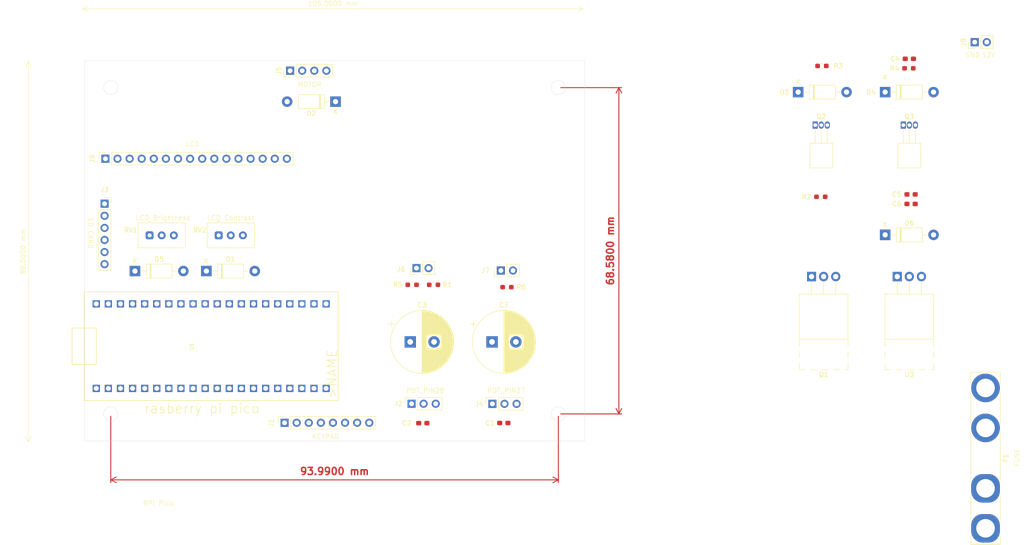
<source format=kicad_pcb>
(kicad_pcb (version 20240108) (generator "pcbnew") (generator_version "8.0")
  (layers (0 "F.Cu" signal) (31 "B.Cu" signal) (34 "B.Paste" user) (35 "F.Paste" user) (36 "B.SilkS" user "B.Silkscreen") (37 "F.SilkS" user "F.Silkscreen") (38 "B.Mask" user) (39 "F.Mask" user) (44 "Edge.Cuts" user))
  (net 0 "")
  (net 1 "/GP27")
  (net 2 "GND")
  (net 3 "/GP28")
  (net 4 "/MOTOR_12V")
  (net 5 "/PWM_OUT")
  (net 6 "Net-(Q3-B)")
  (net 7 "Net-(D5-A)")
  (net 8 "/L7805_V_IN")
  (net 9 "Net-(D6-A)")
  (net 10 "/LCD.VDD")
  (net 11 "/VSYS")
  (net 12 "/MOTOR_TACH")
  (net 13 "/TACHOMETER_IN")
  (net 14 "/MOTOR_EN")
  (net 15 "+3.3V")
  (net 16 "Net-(J8-Pin_2)")
  (net 17 "/KEYPAD_0")
  (net 18 "/KEYPAD_6")
  (net 19 "/KEYPAD_5")
  (net 20 "/KEYPAD_4")
  (net 21 "/KEYPAD_3")
  (net 22 "/KEYPAD_2")
  (net 23 "/KEYPAD_7")
  (net 24 "/KEYPAD_1")
  (net 25 "/SD.CLK")
  (net 26 "/SD.MISO")
  (net 27 "/SD.CS")
  (net 28 "/SD.MOSI")
  (net 29 "/MOTOR_PMW")
  (net 30 "Net-(J6-Pin_1)")
  (net 31 "Net-(J7-Pin_1)")
  (net 32 "Net-(Q1-G)")
  (net 33 "Net-(Q2-B)")
  (net 34 "/GP26")
  (net 35 "/LCD.A")
  (net 36 "/LCD.VO")
  (net 37 "/LCD.D5")
  (net 38 "/LCD.D4")
  (net 39 "/LCD.RS")
  (net 44 "/LCD.D7")
  (net 45 "/LCD.D6")
  (net 46 "/LCD.E")
  (footprint "Potentiometer_THT:Potentiometer_Vishay_T93YA_Vertical" (layer "F.Cu") (at 90.96 66.6125)
    (property "Reference" "RV2" (at -3.96 -1.1125 0) (layer "F.SilkS"))
    (property "Value" "10k")
    (pad "1" thru_hole roundrect (at 0 0) (size 1.65 1.65) (drill 0.85) (layers "*.Cu" "*.Mask") (net 10 "/LCD.VDD"))
    (pad "2" thru_hole circle (at 2.54 0) (size 1.65 1.65) (drill 0.85) (layers "*.Cu" "*.Mask") (net 36 "/LCD.VO"))
    (pad "3" thru_hole circle (at 5.08 0) (size 1.65 1.65) (drill 0.85) (layers "*.Cu" "*.Mask") (net 2 "GND"))
  )
  (footprint "Connector_PinHeader_2.54mm:PinHeader_1x02_P2.54mm_Vertical" (layer "F.Cu") (at 132.5 73.5 90)
    (property "Reference" "J6" (at -0.23 -3.23 180) (layer "F.SilkS"))
    (property "Value" "LED1")
    (pad "1" thru_hole rect (at 0 0 90) (size 1.7 1.7) (drill 1) (layers "*.Cu" "*.Mask") (net 30 "Net-(J6-Pin_1)"))
    (pad "2" thru_hole oval (at 0 2.54 90) (size 1.7 1.7) (drill 1) (layers "*.Cu" "*.Mask") (net 2 "GND"))
  )
  (footprint "Resistor_SMD:R_0603_1608Metric_Pad0.98x0.95mm_HandSolder" (layer "F.Cu") (at 131.5875 77)
    (property "Reference" "R5" (at -3 0 0) (layer "F.SilkS"))
    (property "Value" "10k")
    (pad "1" smd roundrect (at -0.9125 0) (size 0.975 0.95) (layers "F.Cu" "F.Paste" "F.Mask") (net 34 "/GP26"))
    (pad "2" smd roundrect (at 0.9125 0) (size 0.975 0.95) (layers "F.Cu" "F.Paste" "F.Mask") (net 30 "Net-(J6-Pin_1)"))
  )
  (footprint "Capacitor_SMD:C_0603_1608Metric_Pad1.08x0.95mm_HandSolder" (layer "F.Cu") (at 236 29.5)
    (property "Reference" "C4" (at -3 0 0) (layer "F.SilkS"))
    (property "Value" "0.1uF")
    (pad "1" smd roundrect (at -0.8625 0) (size 1.075 0.95) (layers "F.Cu" "F.Paste" "F.Mask") (net 6 "Net-(Q3-B)"))
    (pad "2" smd roundrect (at 0.8625 0) (size 1.075 0.95) (layers "F.Cu" "F.Paste" "F.Mask") (net 5 "/PWM_OUT"))
  )
  (footprint "Diode_THT:D_DO-41_SOD81_P10.16mm_Horizontal" (layer "F.Cu") (at 88.38 74.1125)
    (property "Reference" "D1" (at 5.08 -2.47 0) (layer "F.SilkS"))
    (property "Value" "1N4005")
    (fp_text user "K" (at 0 -2.1 0) (layer "F.SilkS"))
    (pad "1" thru_hole rect (at 0 0) (size 2.2 2.2) (drill 1.1) (layers "*.Cu" "*.Mask") (net 11 "/VSYS"))
    (pad "2" thru_hole oval (at 10.16 0) (size 2.2 2.2) (drill 1.1) (layers "*.Cu" "*.Mask") (net 10 "/LCD.VDD"))
  )
  (footprint "Connector_PinSocket_2.54mm:PinSocket_1x03_P2.54mm_Vertical" (layer "F.Cu") (at 148.445 102.025 90)
    (property "Reference" "J4" (at 0 -2.77 180) (layer "F.SilkS"))
    (property "Value" "POT_PIN27")
    (pad "1" thru_hole rect (at 0 0 90) (size 1.7 1.7) (drill 1) (layers "*.Cu" "*.Mask") (net 15 "+3.3V"))
    (pad "2" thru_hole oval (at 0 2.54 90) (size 1.7 1.7) (drill 1) (layers "*.Cu" "*.Mask") (net 1 "/GP27"))
    (pad "3" thru_hole oval (at 0 5.08 90) (size 1.7 1.7) (drill 1) (layers "*.Cu" "*.Mask") (net 2 "GND"))
  )
  (footprint "Resistor_SMD:R_0603_1608Metric_Pad0.98x0.95mm_HandSolder" (layer "F.Cu") (at 151.5 77.5 180)
    (property "Reference" "R6" (at -3 0 0) (layer "F.SilkS"))
    (property "Value" "68k")
    (pad "1" smd roundrect (at -0.9125 0 180) (size 0.975 0.95) (layers "F.Cu" "F.Paste" "F.Mask") (net 9 "Net-(D6-A)"))
    (pad "2" smd roundrect (at 0.9125 0 180) (size 0.975 0.95) (layers "F.Cu" "F.Paste" "F.Mask") (net 31 "Net-(J7-Pin_1)"))
  )
  (footprint "Connector_PinSocket_2.54mm:PinSocket_1x03_P2.54mm_Vertical" (layer "F.Cu") (at 131.46 102 90)
    (property "Reference" "J2" (at 0 -2.77 180) (layer "F.SilkS"))
    (property "Value" "POT_PIN28")
    (pad "1" thru_hole rect (at 0 0 90) (size 1.7 1.7) (drill 1) (layers "*.Cu" "*.Mask") (net 15 "+3.3V"))
    (pad "2" thru_hole oval (at 0 2.54 90) (size 1.7 1.7) (drill 1) (layers "*.Cu" "*.Mask") (net 3 "/GP28"))
    (pad "3" thru_hole oval (at 0 5.08 90) (size 1.7 1.7) (drill 1) (layers "*.Cu" "*.Mask") (net 2 "GND"))
  )
  (footprint "Diode_THT:D_DO-41_SOD81_P10.16mm_Horizontal" (layer "F.Cu") (at 230.92 36.5)
    (property "Reference" "D4" (at -3 0 0) (layer "F.SilkS"))
    (property "Value" "1N4005")
    (fp_text user "K" (at 0 -3.1 0) (layer "F.SilkS"))
    (pad "1" thru_hole rect (at 0 0) (size 2.2 2.2) (drill 1.1) (layers "*.Cu" "*.Mask") (net 15 "+3.3V"))
    (pad "2" thru_hole oval (at 10.16 0) (size 2.2 2.2) (drill 1.1) (layers "*.Cu" "*.Mask") (net 5 "/PWM_OUT"))
  )
  (footprint "Capacitor_THT:CP_Radial_D13.0mm_P5.00mm" (layer "F.Cu") (at 148.369585 89)
    (property "Reference" "C7" (at 2.5 -7.75 0) (layer "F.SilkS"))
    (property "Value" "100uF")
    (pad "1" thru_hole rect (at 0 0) (size 2.4 2.4) (drill 1.2) (layers "*.Cu" "*.Mask") (net 9 "Net-(D6-A)"))
    (pad "2" thru_hole circle (at 5 0) (size 2.4 2.4) (drill 1.2) (layers "*.Cu" "*.Mask") (net 2 "GND"))
  )
  (footprint "Package_TO_SOT_THT:TO-220-3_Horizontal_TabUp" (layer "F.Cu") (at 215.46 75.27)
    (property "Reference" "Q1" (at 2.54 20.58 0) (layer "F.SilkS"))
    (property "Value" "IRF9540N")
    (pad "" np_thru_hole oval (at 2.54 16.66) (size 3.5 3.5) (drill 3.5) (layers "*.Cu" "*.Mask"))
    (pad "1" thru_hole rect (at 0 0) (size 1.905 2) (drill 1.1) (layers "*.Cu" "*.Mask") (net 32 "Net-(Q1-G)"))
    (pad "2" thru_hole oval (at 2.54 0) (size 1.905 2) (drill 1.1) (layers "*.Cu" "*.Mask") (net 8 "/L7805_V_IN"))
    (pad "3" thru_hole oval (at 5.08 0) (size 1.905 2) (drill 1.1) (layers "*.Cu" "*.Mask") (net 4 "/MOTOR_12V"))
  )
  (footprint "Diode_THT:D_DO-41_SOD81_P10.16mm_Horizontal" (layer "F.Cu") (at 73.38 74.1125)
    (property "Reference" "D5" (at 5.08 -2.47 0) (layer "F.SilkS"))
    (property "Value" "1N4005")
    (fp_text user "K" (at 0 -2.1 0) (layer "F.SilkS"))
    (pad "1" thru_hole rect (at 0 0) (size 2.2 2.2) (drill 1.1) (layers "*.Cu" "*.Mask") (net 10 "/LCD.VDD"))
    (pad "2" thru_hole oval (at 10.16 0) (size 2.2 2.2) (drill 1.1) (layers "*.Cu" "*.Mask") (net 7 "Net-(D5-A)"))
  )
  (footprint "Resistor_SMD:R_0603_1608Metric_Pad0.98x0.95mm_HandSolder" (layer "F.Cu") (at 136.0875 77 180)
    (property "Reference" "R1" (at -2.9125 0 0) (layer "F.SilkS"))
    (property "Value" "10k")
    (pad "1" smd roundrect (at -0.9125 0 180) (size 0.975 0.95) (layers "F.Cu" "F.Paste" "F.Mask") (net 33 "Net-(Q2-B)"))
    (pad "2" smd roundrect (at 0.9125 0 180) (size 0.975 0.95) (layers "F.Cu" "F.Paste" "F.Mask") (net 2 "GND"))
  )
  (footprint "Package_TO_SOT_THT:TO-92_Inline_Horizontal1" (layer "F.Cu") (at 234.73 43.43)
    (property "Reference" "Q3" (at 1.27 -1.78 0) (layer "F.SilkS"))
    (property "Value" "BC547")
    (pad "1" thru_hole rect (at 0 0) (size 1.05 1.5) (drill 0.75) (layers "*.Cu" "*.Mask") (net 29 "/MOTOR_PMW"))
    (pad "2" thru_hole oval (at 1.27 0) (size 1.05 1.5) (drill 0.75) (layers "*.Cu" "*.Mask") (net 6 "Net-(Q3-B)"))
    (pad "3" thru_hole oval (at 2.54 0) (size 1.05 1.5) (drill 0.75) (layers "*.Cu" "*.Mask") (net 2 "GND"))
  )
  (footprint "Connector_PinSocket_2.54mm:PinSocket_1x08_P2.54mm_Vertical" (layer "F.Cu") (at 104.8 106 90)
    (property "Reference" "J1" (at 0 -2.77 90) (layer "F.SilkS"))
    (property "Value" "KEYPAD")
    (pad "1" thru_hole rect (at 0 0 90) (size 1.7 1.7) (drill 1) (layers "*.Cu" "*.Mask") (net 17 "/KEYPAD_0"))
    (pad "2" thru_hole oval (at 0 2.54 90) (size 1.7 1.7) (drill 1) (layers "*.Cu" "*.Mask") (net 24 "/KEYPAD_1"))
    (pad "3" thru_hole oval (at 0 5.08 90) (size 1.7 1.7) (drill 1) (layers "*.Cu" "*.Mask") (net 22 "/KEYPAD_2"))
    (pad "4" thru_hole oval (at 0 7.62 90) (size 1.7 1.7) (drill 1) (layers "*.Cu" "*.Mask") (net 21 "/KEYPAD_3"))
    (pad "5" thru_hole oval (at 0 10.16 90) (size 1.7 1.7) (drill 1) (layers "*.Cu" "*.Mask") (net 20 "/KEYPAD_4"))
    (pad "6" thru_hole oval (at 0 12.7 90) (size 1.7 1.7) (drill 1) (layers "*.Cu" "*.Mask") (net 19 "/KEYPAD_5"))
    (pad "7" thru_hole oval (at 0 15.24 90) (size 1.7 1.7) (drill 1) (layers "*.Cu" "*.Mask") (net 18 "/KEYPAD_6"))
    (pad "8" thru_hole oval (at 0 17.78 90) (size 1.7 1.7) (drill 1) (layers "*.Cu" "*.Mask") (net 23 "/KEYPAD_7"))
  )
  (footprint "Diode_THT:D_DO-41_SOD81_P10.16mm_Horizontal" (layer "F.Cu") (at 212.65 36.5)
    (property "Reference" "D3" (at -2.92 0 0) (layer "F.SilkS"))
    (property "Value" "1N4005")
    (fp_text user "K" (at 0 -2.1 0) (layer "F.SilkS"))
    (pad "1" thru_hole rect (at 0 0) (size 2.2 2.2) (drill 1.1) (layers "*.Cu" "*.Mask") (net 15 "+3.3V"))
    (pad "2" thru_hole oval (at 10.16 0) (size 2.2 2.2) (drill 1.1) (layers "*.Cu" "*.Mask") (net 14 "/MOTOR_EN"))
  )
  (footprint "Resistor_SMD:R_0603_1608Metric_Pad0.98x0.95mm_HandSolder" (layer "F.Cu") (at 217.4125 58.5)
    (property "Reference" "R2" (at -3 0 0) (layer "F.SilkS"))
    (property "Value" "10k")
    (pad "1" smd roundrect (at -0.9125 0) (size 0.975 0.95) (layers "F.Cu" "F.Paste" "F.Mask") (net 32 "Net-(Q1-G)"))
    (pad "2" smd roundrect (at 0.9125 0) (size 0.975 0.95) (layers "F.Cu" "F.Paste" "F.Mask") (net 8 "/L7805_V_IN"))
  )
  (footprint "Resistor_SMD:R_0603_1608Metric_Pad0.98x0.95mm_HandSolder" (layer "F.Cu") (at 235.9125 31.5)
    (property "Reference" "R4" (at -3 0 0) (layer "F.SilkS"))
    (property "Value" "6k")
    (pad "1" smd roundrect (at -0.9125 0) (size 0.975 0.95) (layers "F.Cu" "F.Paste" "F.Mask") (net 6 "Net-(Q3-B)"))
    (pad "2" smd roundrect (at 0.9125 0) (size 0.975 0.95) (layers "F.Cu" "F.Paste" "F.Mask") (net 5 "/PWM_OUT"))
  )
  (footprint "Capacitor_THT:CP_Radial_D13.0mm_P5.00mm" (layer "F.Cu") (at 131.184785 89)
    (property "Reference" "C3" (at 2.5 -7.75 0) (layer "F.SilkS"))
    (property "Value" "50uF")
    (pad "1" thru_hole rect (at 0 0) (size 2.4 2.4) (drill 1.2) (layers "*.Cu" "*.Mask") (net 4 "/MOTOR_12V"))
    (pad "2" thru_hole circle (at 5 0) (size 2.4 2.4) (drill 1.2) (layers "*.Cu" "*.Mask") (net 2 "GND"))
  )
  (footprint "Diode_THT:D_DO-41_SOD81_P10.16mm_Horizontal" (layer "F.Cu") (at 230.92 66.5)
    (property "Reference" "D6" (at 5.08 -2.47 0) (layer "F.SilkS"))
    (property "Value" "1N5819")
    (fp_text user "K" (at 0 -2.1 0) (layer "F.SilkS"))
    (pad "1" thru_hole rect (at 0 0) (size 2.2 2.2) (drill 1.1) (layers "*.Cu" "*.Mask") (net 8 "/L7805_V_IN"))
    (pad "2" thru_hole oval (at 10.16 0) (size 2.2 2.2) (drill 1.1) (layers "*.Cu" "*.Mask") (net 9 "Net-(D6-A)"))
  )
  (footprint "Resistor_SMD:R_0603_1608Metric_Pad0.98x0.95mm_HandSolder" (layer "F.Cu") (at 217.6425 31 180)
    (property "Reference" "R3" (at -3.4125 0 0) (layer "F.SilkS"))
    (property "Value" "1k")
    (pad "1" smd roundrect (at -0.9125 0 180) (size 0.975 0.95) (layers "F.Cu" "F.Paste" "F.Mask") (net 33 "Net-(Q2-B)"))
    (pad "2" smd roundrect (at 0.9125 0 180) (size 0.975 0.95) (layers "F.Cu" "F.Paste" "F.Mask") (net 14 "/MOTOR_EN"))
  )
  (footprint "Capacitor_SMD:C_0603_1608Metric_Pad1.08x0.95mm_HandSolder" (layer "F.Cu") (at 236.3625 58 180)
    (property "Reference" "C5" (at 3 0 0) (layer "F.SilkS"))
    (property "Value" "0.1uF")
    (pad "1" smd roundrect (at -0.8625 0 180) (size 1.075 0.95) (layers "F.Cu" "F.Paste" "F.Mask") (net 7 "Net-(D5-A)"))
    (pad "2" smd roundrect (at 0.8625 0 180) (size 1.075 0.95) (layers "F.Cu" "F.Paste" "F.Mask") (net 2 "GND"))
  )
  (footprint "Diode_THT:D_DO-41_SOD81_P10.16mm_Horizontal" (layer "F.Cu") (at 115.5 38.5 180)
    (property "Reference" "D2" (at 5.08 -2.47 0) (layer "F.SilkS"))
    (property "Value" "1N4005")
    (fp_text user "K" (at 0 -2.1 0) (layer "F.SilkS"))
    (pad "1" thru_hole rect (at 0 0 180) (size 2.2 2.2) (drill 1.1) (layers "*.Cu" "*.Mask") (net 12 "/MOTOR_TACH"))
    (pad "2" thru_hole oval (at 10.16 0 180) (size 2.2 2.2) (drill 1.1) (layers "*.Cu" "*.Mask") (net 13 "/TACHOMETER_IN"))
  )
  (footprint "Connector_PinSocket_2.54mm:PinSocket_1x16_P2.54mm_Vertical" (layer "F.Cu") (at 67.18 50.5 90)
    (property "Reference" "J9" (at 0 -2.77 90) (layer "F.SilkS"))
    (property "Value" "LCD")
    (pad "1" thru_hole rect (at 0 0 90) (size 1.7 1.7) (drill 1) (layers "*.Cu" "*.Mask") (net 2 "GND"))
    (pad "2" thru_hole oval (at 0 2.54 90) (size 1.7 1.7) (drill 1) (layers "*.Cu" "*.Mask") (net 10 "/LCD.VDD"))
    (pad "3" thru_hole oval (at 0 5.08 90) (size 1.7 1.7) (drill 1) (layers "*.Cu" "*.Mask") (net 36 "/LCD.VO"))
    (pad "4" thru_hole oval (at 0 7.62 90) (size 1.7 1.7) (drill 1) (layers "*.Cu" "*.Mask") (net 39 "/LCD.RS"))
    (pad "5" thru_hole oval (at 0 10.16 90) (size 1.7 1.7) (drill 1) (layers "*.Cu" "*.Mask") (net 2 "GND"))
    (pad "6" thru_hole oval (at 0 12.7 90) (size 1.7 1.7) (drill 1) (layers "*.Cu" "*.Mask") (net 46 "/LCD.E"))
    (pad "7" thru_hole oval (at 0 15.24 90) (size 1.7 1.7) (drill 1) (layers "*.Cu" "*.Mask"))
    (pad "8" thru_hole oval (at 0 17.78 90) (size 1.7 1.7) (drill 1) (layers "*.Cu" "*.Mask"))
    (pad "9" thru_hole oval (at 0 20.32 90) (size 1.7 1.7) (drill 1) (layers "*.Cu" "*.Mask"))
    (pad "10" thru_hole oval (at 0 22.86 90) (size 1.7 1.7) (drill 1) (layers "*.Cu" "*.Mask"))
    (pad "11" thru_hole oval (at 0 25.4 90) (size 1.7 1.7) (drill 1) (layers "*.Cu" "*.Mask") (net 38 "/LCD.D4"))
    (pad "12" thru_hole oval (at 0 27.94 90) (size 1.7 1.7) (drill 1) (layers "*.Cu" "*.Mask") (net 37 "/LCD.D5"))
    (pad "13" thru_hole oval (at 0 30.48 90) (size 1.7 1.7) (drill 1) (layers "*.Cu" "*.Mask") (net 45 "/LCD.D6"))
    (pad "14" thru_hole oval (at 0 33.02 90) (size 1.7 1.7) (drill 1) (layers "*.Cu" "*.Mask") (net 44 "/LCD.D7"))
    (pad "15" thru_hole oval (at 0 35.56 90) (size 1.7 1.7) (drill 1) (layers "*.Cu" "*.Mask") (net 35 "/LCD.A"))
    (pad "16" thru_hole oval (at 0 38.1 90) (size 1.7 1.7) (drill 1) (layers "*.Cu" "*.Mask") (net 2 "GND"))
  )
  (footprint "Potentiometer_THT:Potentiometer_Vishay_T93YA_Vertical" (layer "F.Cu") (at 76.46 66.6125)
    (property "Reference" "RV1" (at -3.96 -1.1125 0) (layer "F.SilkS"))
    (property "Value" "10k")
    (pad "1" thru_hole roundrect (at 0 0) (size 1.65 1.65) (drill 0.85) (layers "*.Cu" "*.Mask") (net 2 "GND"))
    (pad "2" thru_hole circle (at 2.54 0) (size 1.65 1.65) (drill 0.85) (layers "*.Cu" "*.Mask") (net 35 "/LCD.A"))
    (pad "3" thru_hole circle (at 5.08 0) (size 1.65 1.65) (drill 0.85) (layers "*.Cu" "*.Mask") (net 10 "/LCD.VDD"))
  )
  (footprint "Package_TO_SOT_THT:TO-220-3_Horizontal_TabUp" (layer "F.Cu") (at 233.46 75.27)
    (property "Reference" "U3" (at 2.54 20.58 0) (layer "F.SilkS"))
    (property "Value" "L7805")
    (pad "" np_thru_hole oval (at 2.54 16.66) (size 3.5 3.5) (drill 3.5) (layers "*.Cu" "*.Mask"))
    (pad "1" thru_hole rect (at 0 0) (size 1.905 2) (drill 1.1) (layers "*.Cu" "*.Mask") (net 8 "/L7805_V_IN"))
    (pad "2" thru_hole oval (at 2.54 0) (size 1.905 2) (drill 1.1) (layers "*.Cu" "*.Mask") (net 2 "GND"))
    (pad "3" thru_hole oval (at 5.08 0) (size 1.905 2) (drill 1.1) (layers "*.Cu" "*.Mask") (net 7 "Net-(D5-A)"))
  )
  (footprint "Connector_PinHeader_2.54mm:PinHeader_1x02_P2.54mm_Vertical" (layer "F.Cu") (at 150.225 74 90)
    (property "Reference" "J7" (at 0 -3.225 180) (layer "F.SilkS"))
    (property "Value" "LED2")
    (pad "1" thru_hole rect (at 0 0 90) (size 1.7 1.7) (drill 1) (layers "*.Cu" "*.Mask") (net 31 "Net-(J7-Pin_1)"))
    (pad "2" thru_hole oval (at 0 2.54 90) (size 1.7 1.7) (drill 1) (layers "*.Cu" "*.Mask") (net 2 "GND"))
  )
  (footprint "Connector_PinHeader_2.54mm:PinHeader_1x02_P2.54mm_Vertical" (layer "F.Cu") (at 249.725 26 90)
    (property "Reference" "J8" (at 0 -2.33 90) (layer "F.SilkS"))
    (property "Value" "12V_DC")
    (pad "1" thru_hole rect (at 0 0 90) (size 1.7 1.7) (drill 1) (layers "*.Cu" "*.Mask") (net 2 "GND"))
    (pad "2" thru_hole oval (at 0 2.54 90) (size 1.7 1.7) (drill 1) (layers "*.Cu" "*.Mask") (net 16 "Net-(J8-Pin_2)"))
  )
  (footprint "Capacitor_SMD:C_0603_1608Metric_Pad1.08x0.95mm_HandSolder" (layer "F.Cu") (at 133.8225 106.08)
    (property "Reference" "C2" (at -3.3625 0 0) (layer "F.SilkS"))
    (property "Value" "0.1uF")
    (pad "1" smd roundrect (at -0.8625 0) (size 1.075 0.95) (layers "F.Cu" "F.Paste" "F.Mask") (net 3 "/GP28"))
    (pad "2" smd roundrect (at 0.8625 0) (size 1.075 0.95) (layers "F.Cu" "F.Paste" "F.Mask") (net 2 "GND"))
  )
  (footprint "Connector_PinHeader_2.54mm:PinHeader_1x04_P2.54mm_Vertical" (layer "F.Cu") (at 105.96 32 90)
    (property "Reference" "J5" (at 0 -2.33 90) (layer "F.SilkS"))
    (property "Value" "MOTOR")
    (pad "1" thru_hole rect (at 0 0 90) (size 1.7 1.7) (drill 1) (layers "*.Cu" "*.Mask") (net 2 "GND"))
    (pad "2" thru_hole oval (at 0 2.54 90) (size 1.7 1.7) (drill 1) (layers "*.Cu" "*.Mask") (net 4 "/MOTOR_12V"))
    (pad "3" thru_hole oval (at 0 5.08 90) (size 1.7 1.7) (drill 1) (layers "*.Cu" "*.Mask") (net 12 "/MOTOR_TACH"))
    (pad "4" thru_hole oval (at 0 7.62 90) (size 1.7 1.7) (drill 1) (layers "*.Cu" "*.Mask") (net 29 "/MOTOR_PMW"))
  )
  (footprint "Package_TO_SOT_THT:TO-92_Inline_Horizontal1" (layer "F.Cu") (at 216.23 43.43)
    (property "Reference" "Q2" (at 1.27 -1.78 0) (layer "F.SilkS"))
    (property "Value" "2N2222A")
    (pad "1" thru_hole rect (at 0 0) (size 1.05 1.5) (drill 0.75) (layers "*.Cu" "*.Mask") (net 32 "Net-(Q1-G)"))
    (pad "2" thru_hole oval (at 1.27 0) (size 1.05 1.5) (drill 0.75) (layers "*.Cu" "*.Mask") (net 33 "Net-(Q2-B)"))
    (pad "3" thru_hole oval (at 2.54 0) (size 1.05 1.5) (drill 0.75) (layers "*.Cu" "*.Mask") (net 2 "GND"))
  )
  (footprint "Connector_PinSocket_2.54mm:PinSocket_1x06_P2.54mm_Vertical" (layer "F.Cu") (at 67 59.96)
    (property "Reference" "J3" (at 0 -2.96 0) (layer "F.SilkS"))
    (property "Value" "SDCARD")
    (pad "1" thru_hole rect (at 0 0) (size 1.7 1.7) (drill 1) (layers "*.Cu" "*.Mask") (net 15 "+3.3V"))
    (pad "2" thru_hole oval (at 0 2.54) (size 1.7 1.7) (drill 1) (layers "*.Cu" "*.Mask") (net 27 "/SD.CS"))
    (pad "3" thru_hole oval (at 0 5.08) (size 1.7 1.7) (drill 1) (layers "*.Cu" "*.Mask") (net 28 "/SD.MOSI"))
    (pad "4" thru_hole oval (at 0 7.62) (size 1.7 1.7) (drill 1) (layers "*.Cu" "*.Mask") (net 25 "/SD.CLK"))
    (pad "5" thru_hole oval (at 0 10.16) (size 1.7 1.7) (drill 1) (layers "*.Cu" "*.Mask") (net 26 "/SD.MISO"))
    (pad "6" thru_hole oval (at 0 12.7) (size 1.7 1.7) (drill 1) (layers "*.Cu" "*.Mask") (net 2 "GND"))
  )
  (footprint "Capacitor_SMD:C_0603_1608Metric_Pad1.08x0.95mm_HandSolder" (layer "F.Cu") (at 236.3625 60 180)
    (property "Reference" "C6" (at 3 0 0) (layer "F.SilkS"))
    (property "Value" "0.33uF")
    (pad "1" smd roundrect (at -0.8625 0 180) (size 1.075 0.95) (layers "F.Cu" "F.Paste" "F.Mask") (net 2 "GND"))
    (pad "2" smd roundrect (at 0.8625 0 180) (size 1.075 0.95) (layers "F.Cu" "F.Paste" "F.Mask") (net 8 "/L7805_V_IN"))
  )
  (footprint "rpi_pico:RPI_PICO" (layer "F.Cu") (at 88.12 89.89 90)
    (property "Reference" "U1" (at -0.11 -2.82 90) (layer "F.SilkS") (effects (font (size 0.787402 0.787402))))
    (property "Value" "RASPBERRY_PI_PICO")
    (fp_text user "rasberry pi pico" (at -13.11 -0.7 180) (layer "F.SilkS") (effects (font (size 2 2))))
    (fp_text user ">NAME " (at -5.08 26.67 90) (layer "F.SilkS") (effects (font (size 2 2))))
    (pad "3V3" thru_hole rect (at 8.89 -12.7 90) (size 1.508 1.508) (drill 1) (layers "*.Cu" "*.Mask") (net 15 "+3.3V"))
    (pad "3V3_EN" thru_hole rect (at 8.89 -15.24 90) (size 1.508 1.508) (drill 1) (layers "*.Cu" "*.Mask"))
    (pad "ADC_VREF" thru_hole rect (at 8.89 -10.16 90) (size 1.508 1.508) (drill 1) (layers "*.Cu" "*.Mask"))
    (pad "AGND" thru_hole rect (at 8.89 -5.08 90) (size 1.508 1.508) (drill 1) (layers "*.Cu" "*.Mask") (net 2 "GND"))
    (pad "GND" thru_hole rect (at 8.89 -17.78 90) (size 1.508 1.508) (drill 1) (layers "*.Cu" "*.Mask") (net 2 "GND"))
    (pad "GND2" thru_hole rect (at 8.89 7.62 90) (size 1.508 1.508) (drill 1) (layers "*.Cu" "*.Mask") (net 2 "GND"))
    (pad "GND3" thru_hole rect (at 8.89 20.32 90) (size 1.508 1.508) (drill 1) (layers "*.Cu" "*.Mask") (net 2 "GND"))
    (pad "GND4" thru_hole rect (at -8.89 -17.78 90) (size 1.508 1.508) (drill 1) (layers "*.Cu" "*.Mask") (net 2 "GND"))
    (pad "GND5" thru_hole rect (at -8.89 -5.08 90) (size 1.508 1.508) (drill 1) (layers "*.Cu" "*.Mask") (net 2 "GND"))
    (pad "GND6" thru_hole rect (at -8.89 7.62 90) (size 1.508 1.508) (drill 1) (layers "*.Cu" "*.Mask") (net 2 "GND"))
    (pad "GND7" thru_hole rect (at -8.89 20.32 90) (size 1.508 1.508) (drill 1) (layers "*.Cu" "*.Mask") (net 2 "GND"))
    (pad "GP0" thru_hole rect (at -8.89 -22.86 90) (size 1.508 1.508) (drill 1) (layers "*.Cu" "*.Mask"))
    (pad "GP1" thru_hole rect (at -8.89 -20.32 90) (size 1.508 1.508) (drill 1) (layers "*.Cu" "*.Mask"))
    (pad "GP2" thru_hole rect (at -8.89 -15.24 90) (size 1.508 1.508) (drill 1) (layers "*.Cu" "*.Mask") (net 39 "/LCD.RS"))
    (pad "GP3" thru_hole rect (at -8.89 -12.7 90) (size 1.508 1.508) (drill 1) (layers "*.Cu" "*.Mask") (net 46 "/LCD.E"))
    (pad "GP4" thru_hole rect (at -8.89 -10.16 90) (size 1.508 1.508) (drill 1) (layers "*.Cu" "*.Mask") (net 38 "/LCD.D4"))
    (pad "GP5" thru_hole rect (at -8.89 -7.62 90) (size 1.508 1.508) (drill 1) (layers "*.Cu" "*.Mask") (net 37 "/LCD.D5"))
    (pad "GP6" thru_hole rect (at -8.89 -2.54 90) (size 1.508 1.508) (drill 1) (layers "*.Cu" "*.Mask") (net 45 "/LCD.D6"))
    (pad "GP7" thru_hole rect (at -8.89 0 90) (size 1.508 1.508) (drill 1) (layers "*.Cu" "*.Mask") (net 44 "/LCD.D7"))
    (pad "GP8" thru_hole rect (at -8.89 2.54 90) (size 1.508 1.508) (drill 1) (layers "*.Cu" "*.Mask") (net 17 "/KEYPAD_0"))
    (pad "GP9" thru_hole rect (at -8.89 5.08 90) (size 1.508 1.508) (drill 1) (layers "*.Cu" "*.Mask") (net 24 "/KEYPAD_1"))
    (pad "GP10" thru_hole rect (at -8.89 10.16 90) (size 1.508 1.508) (drill 1) (layers "*.Cu" "*.Mask") (net 22 "/KEYPAD_2"))
    (pad "GP11" thru_hole rect (at -8.89 12.7 90) (size 1.508 1.508) (drill 1) (layers "*.Cu" "*.Mask") (net 21 "/KEYPAD_3"))
    (pad "GP12" thru_hole rect (at -8.89 15.24 90) (size 1.508 1.508) (drill 1) (layers "*.Cu" "*.Mask") (net 20 "/KEYPAD_4"))
    (pad "GP13" thru_hole rect (at -8.89 17.78 90) (size 1.508 1.508) (drill 1) (layers "*.Cu" "*.Mask") (net 19 "/KEYPAD_5"))
    (pad "GP14" thru_hole rect (at -8.89 22.86 90) (size 1.508 1.508) (drill 1) (layers "*.Cu" "*.Mask") (net 18 "/KEYPAD_6"))
    (pad "GP15" thru_hole rect (at -8.89 25.4 90) (size 1.508 1.508) (drill 1) (layers "*.Cu" "*.Mask") (net 23 "/KEYPAD_7"))
    (pad "GP16" thru_hole rect (at 8.89 25.4 90) (size 1.508 1.508) (drill 1) (layers "*.Cu" "*.Mask") (net 26 "/SD.MISO"))
    (pad "GP17" thru_hole rect (at 8.89 22.86 90) (size 1.508 1.508) (drill 1) (layers "*.Cu" "*.Mask") (net 27 "/SD.CS"))
    (pad "GP18" thru_hole rect (at 8.89 17.78 90) (size 1.508 1.508) (drill 1) (layers "*.Cu" "*.Mask") (net 25 "/SD.CLK"))
    (pad "GP19" thru_hole rect (at 8.89 15.24 90) (size 1.508 1.508) (drill 1) (layers "*.Cu" "*.Mask") (net 28 "/SD.MOSI"))
    (pad "GP20" thru_hole rect (at 8.89 12.7 90) (size 1.508 1.508) (drill 1) (layers "*.Cu" "*.Mask") (net 14 "/MOTOR_EN"))
    (pad "GP21" thru_hole rect (at 8.89 10.16 90) (size 1.508 1.508) (drill 1) (layers "*.Cu" "*.Mask") (net 13 "/TACHOMETER_IN"))
    (pad "GP22" thru_hole rect (at 8.89 5.08 90) (size 1.508 1.508) (drill 1) (layers "*.Cu" "*.Mask") (net 5 "/PWM_OUT"))
    (pad "GP26_A0" thru_hole rect (at 8.89 0 90) (size 1.508 1.508) (drill 1) (layers "*.Cu" "*.Mask") (net 34 "/GP26"))
    (pad "GP27_A1" thru_hole rect (at 8.89 -2.54 90) (size 1.508 1.508) (drill 1) (layers "*.Cu" "*.Mask") (net 1 "/GP27"))
    (pad "GP28_A2" thru_hole rect (at 8.89 -7.62 90) (size 1.508 1.508) (drill 1) (layers "*.Cu" "*.Mask") (net 3 "/GP28"))
    (pad "RUN" thru_hole rect (at 8.89 2.54 90) (size 1.508 1.508) (drill 1) (layers "*.Cu" "*.Mask"))
    (pad "VBUS" thru_hole rect (at 8.89 -22.86 90) (size 1.508 1.508) (drill 1) (layers "*.Cu" "*.Mask"))
    (pad "VSYS" thru_hole rect (at 8.89 -20.32 90) (size 1.508 1.508) (drill 1) (layers "*.Cu" "*.Mask") (net 11 "/VSYS"))
  )
  (footprint "Capacitor_SMD:C_0603_1608Metric_Pad1.08x0.95mm_HandSolder" (layer "F.Cu") (at 150.8325 106.05)
    (property "Reference" "C1" (at -2.8625 0 0) (layer "F.SilkS"))
    (property "Value" "0.1uF")
    (pad "1" smd roundrect (at -0.8625 0) (size 1.075 0.95) (layers "F.Cu" "F.Paste" "F.Mask") (net 1 "/GP27"))
    (pad "2" smd roundrect (at 0.8625 0) (size 1.075 0.95) (layers "F.Cu" "F.Paste" "F.Mask") (net 2 "GND"))
  )
  (footprint "Fuse:Fuseholder_Keystone_3555-2" (layer "F.Cu") (at 252 128.1825 90)
    (property "Reference" "F1" (at 14.75 4.25 90) (layer "F.SilkS"))
    (property "Value" "Fuse")
    (pad "1" thru_hole roundrect (at 0 0 180) (size 6 6) (drill 3.9) (layers "*.Cu" "*.Mask") (roundrect_rratio 0.4) (net 9 "Net-(D6-A)"))
    (pad "1" thru_hole roundrect (at 8.4 0 90) (size 6 6) (drill 3.9) (layers "*.Cu" "*.Mask") (roundrect_rratio 0.4) (net 9 "Net-(D6-A)"))
    (pad "2" thru_hole circle (at 21.1 0 90) (size 6 6) (drill 3.9) (layers "*.Cu" "*.Mask") (net 16 "Net-(J8-Pin_2)"))
    (pad "2" thru_hole circle (at 29.5 0 90) (size 6 6) (drill 3.9) (layers "*.Cu" "*.Mask") (net 16 "Net-(J8-Pin_2)"))
  )
  (gr_circle (center 162.29 104.13605) (end 163.79 104.13605) (stroke (width 0.05)) (fill none) (layer "Edge.Cuts"))
  (gr_circle (center 162.29 35.55605) (end 163.79 35.55605) (stroke (width 0.05)) (fill none) (layer "Edge.Cuts"))
  (gr_rect (start 62.8 29.84605) (end 167.8 109.84605) (stroke (width 0.05)) (fill none) (layer "Edge.Cuts"))
  (gr_circle (center 68.3 104.13605) (end 69.8 104.13605) (stroke (width 0.05)) (fill none) (layer "Edge.Cuts"))
  (gr_circle (center 68.31 35.55605) (end 69.81 35.55605) (stroke (width 0.05)) (fill none) (layer "Edge.Cuts"))
  (gr_text "LCD Contrast" (at 88.5 63.5 0) (layer "F.SilkS") (effects (font (size 1 1) (thickness 0.1)) (justify left bottom)))
  (gr_text "KEYPAD" (at 110.5 109.5 0) (layer "F.SilkS") (effects (font (size 1 1) (thickness 0.1)) (justify left bottom)))
  (gr_text "12V" (at 251.2 29.2831 0) (layer "F.SilkS") (effects (font (size 1 1) (thickness 0.1)) (justify left bottom)))
  (gr_text "GND" (at 247.7 29.2831 0) (layer "F.SilkS") (effects (font (size 1 1) (thickness 0.1)) (justify left bottom)))
  (gr_text "LCD Brightness" (at 73.5 63.5 0) (layer "F.SilkS") (effects (font (size 1 1) (thickness 0.1)) (justify left bottom)))
  (gr_text "LCD" (at 84 48 0) (layer "F.SilkS") (effects (font (size 1 1) (thickness 0.1)) (justify left bottom)))
  (gr_text "RPi Pico" (at 75 123.5 0) (layer "F.SilkS") (effects (font (size 1 1) (thickness 0.1)) (justify left bottom)))
  (gr_text "FUSE" (at 259.2 115.2831 90) (layer "F.SilkS") (effects (font (size 1 1) (thickness 0.1)) (justify left bottom)))
  (gr_text "POT_PIN28" (at 130.285 99.8081 0) (layer "F.SilkS") (effects (font (size 1 1) (thickness 0.1)) (justify left bottom)))
  (gr_text "MOTOR" (at 107.5 35.5 0) (layer "F.SilkS") (effects (font (size 1 1) (thickness 0.1)) (justify left bottom)))
  (gr_text "POT_PIN27" (at 147.285 99.8081 0) (layer "F.SilkS") (effects (font (size 1 1) (thickness 0.1)) (justify left bottom)))
  (gr_text "SD CARD" (at 63.475 62.785 -90) (layer "F.SilkS") (effects (font (size 1 1) (thickness 0.1)) (justify left bottom)))
  (dimension (type aligned) (layer "F.Cu") (pts (xy 162.29 35.55605) (xy 162.29 104.13605)) (height -12.71) (gr_text "68.5800 mm" (at 173.2 69.84605 90) (layer "F.Cu") (effects (font (size 1.5 1.5) (thickness 0.3)))) (format (prefix "") (suffix "") (units 3) (units_format 1) (precision 4)) (style (thickness 0.2) (arrow_length 1.27) (text_position_mode 0) (extension_height 0.58642) (extension_offset 0.5) keep_text_aligned))
  (dimension (type aligned) (layer "F.Cu") (pts (xy 68.3 104.13605) (xy 162.29 104.13605)) (height 13.86395) (gr_text "93.9900 mm" (at 115.295 116.2 0) (layer "F.Cu") (effects (font (size 1.5 1.5) (thickness 0.3)))) (format (prefix "") (suffix "") (units 3) (units_format 1) (precision 4)) (style (thickness 0.2) (arrow_length 1.27) (text_position_mode 0) (extension_height 0.58642) (extension_offset 0.5) keep_text_aligned))
  (dimension (type aligned) (layer "F.SilkS") (pts (xy 51 30) (xy 51 110)) (height 0) (gr_text "80.0000 mm" (at 49.9 70 90) (layer "F.SilkS") (effects (font (size 1 1) (thickness 0.1)))) (format (prefix "") (suffix "") (units 3) (units_format 1) (precision 4)) (style (thickness 0.1) (arrow_length 1.27) (text_position_mode 0) (extension_height 0.58642) (extension_offset 0.5) keep_text_aligned))
  (dimension (type aligned) (layer "F.SilkS") (pts (xy 62.5 19) (xy 167.5 19)) (height 0) (gr_text "105.0000 mm" (at 115 17.9 0) (layer "F.SilkS") (effects (font (size 1 1) (thickness 0.1)))) (format (prefix "") (suffix "") (units 3) (units_format 1) (precision 4)) (style (thickness 0.1) (arrow_length 1.27) (text_position_mode 0) (extension_height 0.58642) (extension_offset 0.5) keep_text_aligned))
)
</source>
